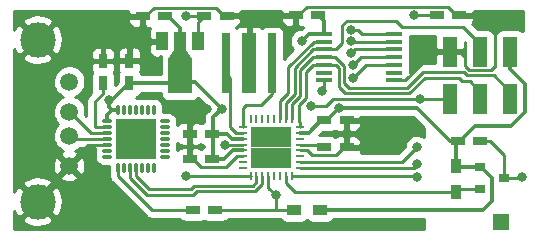
<source format=gbl>
G04 #@! TF.GenerationSoftware,KiCad,Pcbnew,no-vcs-found-996cba7~58~ubuntu16.04.1*
G04 #@! TF.CreationDate,2017-03-17T17:02:03+02:00*
G04 #@! TF.ProjectId,serial_gw,73657269616C5F67772E6B696361645F,rev?*
G04 #@! TF.FileFunction,Copper,L2,Bot,Signal*
G04 #@! TF.FilePolarity,Positive*
%FSLAX46Y46*%
G04 Gerber Fmt 4.6, Leading zero omitted, Abs format (unit mm)*
G04 Created by KiCad (PCBNEW no-vcs-found-996cba7~58~ubuntu16.04.1) date Fri Mar 17 17:02:03 2017*
%MOMM*%
%LPD*%
G01*
G04 APERTURE LIST*
%ADD10C,0.100000*%
%ADD11R,1.350000X1.350000*%
%ADD12R,0.800000X5.100000*%
%ADD13R,1.300000X5.100000*%
%ADD14C,2.999740*%
%ADD15C,1.501140*%
%ADD16R,1.200000X0.750000*%
%ADD17R,0.750000X1.200000*%
%ADD18R,1.270000X2.500000*%
%ADD19R,1.725000X1.725000*%
%ADD20R,0.250000X0.700000*%
%ADD21R,0.700000X0.250000*%
%ADD22R,1.200000X0.900000*%
%ADD23R,1.450000X0.450000*%
%ADD24C,0.749300*%
%ADD25R,1.998980X2.999740*%
%ADD26R,1.000760X1.501140*%
%ADD27R,1.675000X1.675000*%
%ADD28O,0.300000X0.850000*%
%ADD29O,0.850000X0.300000*%
%ADD30R,0.900000X1.200000*%
%ADD31R,0.900000X0.800000*%
%ADD32C,0.800000*%
%ADD33C,0.250000*%
%ADD34C,0.300000*%
%ADD35C,0.450000*%
%ADD36C,0.254000*%
G04 APERTURE END LIST*
D10*
D11*
X112776000Y-92202000D03*
D12*
X89490000Y-78740000D03*
D13*
X91440000Y-78740000D03*
D12*
X93390000Y-78740000D03*
D14*
X73540000Y-76754000D03*
X73540000Y-90470000D03*
D15*
X76207000Y-80310000D03*
X76207000Y-82850000D03*
X76207000Y-84882000D03*
X76207000Y-87422000D03*
D16*
X97282000Y-74676000D03*
X95382000Y-74676000D03*
X99690000Y-83566000D03*
X97790000Y-83566000D03*
X88326000Y-84728000D03*
X86426000Y-84728000D03*
X86426000Y-86868000D03*
X88326000Y-86868000D03*
X97790000Y-85852000D03*
X99690000Y-85852000D03*
X86680000Y-91186000D03*
X88580000Y-91186000D03*
X84328000Y-74760000D03*
X82428000Y-74760000D03*
X107320000Y-74676000D03*
X109220000Y-74676000D03*
D17*
X81310000Y-78550000D03*
X81310000Y-80450000D03*
D16*
X89530000Y-74730000D03*
X87630000Y-74730000D03*
D17*
X79070000Y-78560000D03*
X79070000Y-80460000D03*
D18*
X113498000Y-81756000D03*
X110998000Y-81756000D03*
X108458000Y-81756000D03*
X108458000Y-77756000D03*
X110998000Y-77756000D03*
X113538000Y-77756000D03*
D19*
X92456000Y-86740500D03*
X92456000Y-85015500D03*
X94181000Y-86740500D03*
X94181000Y-85015500D03*
D20*
X91568500Y-88278000D03*
X92068500Y-88278000D03*
X92568500Y-88278000D03*
X93068500Y-88278000D03*
X93568500Y-88278000D03*
X94068500Y-88278000D03*
X94568500Y-88278000D03*
X95068500Y-88278000D03*
D21*
X95718500Y-87628000D03*
X95718500Y-87128000D03*
X95718500Y-86628000D03*
X95718500Y-86128000D03*
X95718500Y-85628000D03*
X95718500Y-85128000D03*
X95718500Y-84628000D03*
X95718500Y-84128000D03*
D20*
X95068500Y-83478000D03*
X94568500Y-83478000D03*
X94068500Y-83478000D03*
X93568500Y-83478000D03*
X93068500Y-83478000D03*
X92568500Y-83478000D03*
X92068500Y-83478000D03*
X91568500Y-83478000D03*
D21*
X90918500Y-84128000D03*
X90918500Y-84628000D03*
X90918500Y-85128000D03*
X90918500Y-85628000D03*
X90918500Y-86128000D03*
X90918500Y-86628000D03*
X90918500Y-87128000D03*
X90918500Y-87628000D03*
D22*
X95250000Y-91186000D03*
X97450000Y-91186000D03*
D23*
X97790000Y-76282000D03*
X97790000Y-76932000D03*
X97790000Y-77582000D03*
X97790000Y-78232000D03*
X97790000Y-78882000D03*
X97790000Y-79532000D03*
X97790000Y-80182000D03*
X103690000Y-80182000D03*
X103690000Y-79532000D03*
X103690000Y-78882000D03*
X103690000Y-78232000D03*
X103690000Y-77582000D03*
X103690000Y-76932000D03*
X103690000Y-76282000D03*
D24*
X85598000Y-77990700D03*
D10*
G36*
X86098380Y-77616050D02*
X86598760Y-78365350D01*
X84597240Y-78365350D01*
X85097620Y-77616050D01*
X86098380Y-77616050D01*
X86098380Y-77616050D01*
G37*
D25*
X85598000Y-79839820D03*
D26*
X87099140Y-76888340D03*
X85598000Y-76888340D03*
X84096860Y-76888340D03*
D27*
X81026000Y-86003000D03*
X81026000Y-84328000D03*
X82701000Y-86003000D03*
X82701000Y-84328000D03*
D28*
X80363500Y-87615500D03*
X80863500Y-87615500D03*
X81363500Y-87615500D03*
X81863500Y-87615500D03*
X82363500Y-87615500D03*
X82863500Y-87615500D03*
X83363500Y-87615500D03*
D29*
X84313500Y-86665500D03*
X84313500Y-86165500D03*
X84313500Y-85665500D03*
X84313500Y-85165500D03*
X84313500Y-84665500D03*
X84313500Y-84165500D03*
X84313500Y-83665500D03*
D28*
X83363500Y-82715500D03*
X82863500Y-82715500D03*
X82363500Y-82715500D03*
X81863500Y-82715500D03*
X81363500Y-82715500D03*
X80863500Y-82715500D03*
X80363500Y-82715500D03*
D29*
X79413500Y-83665500D03*
X79413500Y-84165500D03*
X79413500Y-84665500D03*
X79413500Y-85165500D03*
X79413500Y-85665500D03*
X79413500Y-86165500D03*
X79413500Y-86665500D03*
D16*
X110998000Y-85344000D03*
X109098000Y-85344000D03*
D30*
X108966000Y-87462000D03*
X108966000Y-89662000D03*
D31*
X112998000Y-88458000D03*
X110998000Y-87508000D03*
X110998000Y-89408000D03*
D32*
X89442189Y-85697136D03*
X87875000Y-82650000D03*
X114554000Y-88392000D03*
X100838000Y-84836000D03*
X79600000Y-81900000D03*
X89127626Y-82603499D03*
X99060000Y-82513010D03*
X95930001Y-76861151D03*
X96700022Y-82400000D03*
X105918006Y-81788000D03*
X93726000Y-89916000D03*
X97655635Y-81087092D03*
X100064291Y-75897378D03*
X105410000Y-74701009D03*
X86101340Y-74755009D03*
X105664002Y-85852000D03*
X105700000Y-87300000D03*
X105664000Y-88392000D03*
X100095976Y-76896888D03*
X100235021Y-79964283D03*
X100226992Y-78883000D03*
X100063857Y-77896384D03*
X86075000Y-88275000D03*
D33*
X89503765Y-87568001D02*
X87351001Y-87568001D01*
X89511325Y-85628000D02*
X89442189Y-85697136D01*
X90918500Y-85628000D02*
X89511325Y-85628000D01*
X86651000Y-86868000D02*
X86426000Y-86868000D01*
X87351001Y-87568001D02*
X86651000Y-86868000D01*
X90443766Y-86628000D02*
X89503765Y-87568001D01*
X90918500Y-86628000D02*
X90443766Y-86628000D01*
X86426000Y-84099000D02*
X87875000Y-82650000D01*
X86426000Y-84728000D02*
X86426000Y-84099000D01*
X73540000Y-90470000D02*
X73540000Y-90036000D01*
X73540000Y-90036000D02*
X76154000Y-87422000D01*
X76154000Y-87422000D02*
X76207000Y-87422000D01*
X79413500Y-85665500D02*
X77791500Y-85665500D01*
X77791500Y-85665500D02*
X76207000Y-87250000D01*
X76207000Y-87250000D02*
X76207000Y-87369000D01*
X76207000Y-87369000D02*
X76207000Y-87422000D01*
X95382000Y-74676000D02*
X91440000Y-74676000D01*
X91440000Y-74676000D02*
X89584000Y-74676000D01*
X91440000Y-78740000D02*
X91440000Y-74676000D01*
X108458000Y-77756000D02*
X109252000Y-77756000D01*
X109252000Y-77756000D02*
X109728000Y-78232000D01*
X109728000Y-78232000D02*
X109728000Y-78956002D01*
X112268000Y-76200000D02*
X110744000Y-74676000D01*
X109728000Y-78956002D02*
X110102999Y-79331001D01*
X110102999Y-79331001D02*
X111893001Y-79331001D01*
X112268000Y-78956002D02*
X112268000Y-76200000D01*
X111893001Y-79331001D02*
X112268000Y-78956002D01*
X110744000Y-74676000D02*
X109220000Y-74676000D01*
X82746660Y-76888340D02*
X81607660Y-76888340D01*
X81607660Y-76888340D02*
X81310000Y-77186000D01*
X81310000Y-77186000D02*
X81310000Y-78550000D01*
X89490000Y-74770000D02*
X89530000Y-74730000D01*
X112998000Y-88458000D02*
X114488000Y-88458000D01*
X114488000Y-88458000D02*
X114554000Y-88392000D01*
X109220000Y-74676000D02*
X108995000Y-74676000D01*
X108995000Y-74676000D02*
X108294999Y-73975999D01*
X108294999Y-73975999D02*
X96307001Y-73975999D01*
X96307001Y-73975999D02*
X95607000Y-74676000D01*
X95607000Y-74676000D02*
X95382000Y-74676000D01*
X99690000Y-84836000D02*
X99690000Y-85852000D01*
X99690000Y-83566000D02*
X99690000Y-84836000D01*
X99690000Y-84836000D02*
X100838000Y-84836000D01*
X89305000Y-74730000D02*
X88604999Y-74029999D01*
X83383001Y-74029999D02*
X82653000Y-74760000D01*
X89530000Y-74730000D02*
X89305000Y-74730000D01*
X88604999Y-74029999D02*
X83383001Y-74029999D01*
X82653000Y-74760000D02*
X82428000Y-74760000D01*
X95718500Y-86128000D02*
X96318500Y-86128000D01*
X96318500Y-86128000D02*
X96742501Y-86552001D01*
X96742501Y-86552001D02*
X98764999Y-86552001D01*
X98764999Y-86552001D02*
X99465000Y-85852000D01*
X99465000Y-85852000D02*
X99690000Y-85852000D01*
X89584000Y-74676000D02*
X89530000Y-74730000D01*
X79070000Y-78560000D02*
X75346000Y-78560000D01*
X75346000Y-78560000D02*
X73540000Y-76754000D01*
X82428000Y-74760000D02*
X82428000Y-75385000D01*
X82428000Y-75385000D02*
X82746660Y-75703660D01*
X82746660Y-75703660D02*
X82746660Y-76888340D01*
X81310000Y-78550000D02*
X79080000Y-78550000D01*
X79080000Y-78550000D02*
X79070000Y-78560000D01*
X84096860Y-76888340D02*
X82746660Y-76888340D01*
X103690000Y-80182000D02*
X104665000Y-80182000D01*
X104665000Y-80182000D02*
X107091000Y-77756000D01*
X107091000Y-77756000D02*
X108458000Y-77756000D01*
X86426000Y-84728000D02*
X86426000Y-86868000D01*
X110998000Y-85344000D02*
X111848000Y-85344000D01*
X111848000Y-85344000D02*
X112998000Y-86494000D01*
X112998000Y-86494000D02*
X112998000Y-88458000D01*
D34*
X79600000Y-81900000D02*
X79860000Y-81900000D01*
X79860000Y-81900000D02*
X81310000Y-80450000D01*
X89998556Y-85128000D02*
X89598556Y-84728000D01*
X89598556Y-84728000D02*
X88326000Y-84728000D01*
X90072000Y-86128000D02*
X89332000Y-86868000D01*
X90918500Y-86128000D02*
X90072000Y-86128000D01*
X90918500Y-85128000D02*
X89998556Y-85128000D01*
X89332000Y-86868000D02*
X88326000Y-86868000D01*
X79600000Y-81900000D02*
X79600000Y-82465685D01*
X79600000Y-82465685D02*
X79844500Y-82710185D01*
X79844500Y-82710185D02*
X79844500Y-82715500D01*
X88326000Y-86868000D02*
X88375000Y-86819000D01*
X88375000Y-86819000D02*
X88375000Y-84777000D01*
X88375000Y-84777000D02*
X88326000Y-84728000D01*
X88326000Y-84728000D02*
X88551000Y-84728000D01*
X88551000Y-84728000D02*
X88425000Y-84602000D01*
X88425000Y-84602000D02*
X88425000Y-83306125D01*
X88425000Y-83306125D02*
X89127626Y-82603499D01*
X86864327Y-80340200D02*
X89127626Y-82603499D01*
X85598000Y-80340200D02*
X86864327Y-80340200D01*
X109098000Y-85344000D02*
X108458000Y-85344000D01*
X108458000Y-85344000D02*
X105627010Y-82513010D01*
X105627010Y-82513010D02*
X99060000Y-82513010D01*
X99060000Y-82521000D02*
X99060000Y-82513010D01*
X97790000Y-83566000D02*
X98015000Y-83566000D01*
X98015000Y-83566000D02*
X99060000Y-82521000D01*
X97790000Y-76282000D02*
X96509152Y-76282000D01*
X96509152Y-76282000D02*
X95930001Y-76861151D01*
X97450000Y-91186000D02*
X111252000Y-91186000D01*
X111252000Y-91186000D02*
X112014000Y-90424000D01*
X112014000Y-90424000D02*
X112014000Y-88474000D01*
X112014000Y-88474000D02*
X111048000Y-87508000D01*
X111048000Y-87508000D02*
X110998000Y-87508000D01*
X85598000Y-80340200D02*
X85598000Y-79839820D01*
X85731202Y-80340200D02*
X85598000Y-80340200D01*
X85598000Y-76888340D02*
X85598000Y-77990700D01*
X81310000Y-80450000D02*
X84987820Y-80450000D01*
X84987820Y-80450000D02*
X85598000Y-79839820D01*
X85598000Y-76888340D02*
X85598000Y-77138530D01*
X85598000Y-77138530D02*
X85598000Y-79839820D01*
X85598000Y-76888340D02*
X85598000Y-75805000D01*
X85598000Y-75805000D02*
X84553000Y-74760000D01*
X84553000Y-74760000D02*
X84328000Y-74760000D01*
X113538000Y-77756000D02*
X113538000Y-79256000D01*
X113538000Y-79256000D02*
X114808000Y-80526000D01*
X114808000Y-80526000D02*
X114808000Y-82916002D01*
X114808000Y-82916002D02*
X113650002Y-84074000D01*
X113650002Y-84074000D02*
X110593000Y-84074000D01*
X110593000Y-84074000D02*
X109323000Y-85344000D01*
X109323000Y-85344000D02*
X109098000Y-85344000D01*
X108966000Y-87462000D02*
X108966000Y-85476000D01*
X108966000Y-85476000D02*
X109098000Y-85344000D01*
X110998000Y-87508000D02*
X109012000Y-87508000D01*
X109012000Y-87508000D02*
X108966000Y-87462000D01*
X81310000Y-80450000D02*
X81310000Y-80675000D01*
X79844500Y-82715500D02*
X79413500Y-83146500D01*
X79413500Y-83146500D02*
X79413500Y-83665500D01*
X80363500Y-82715500D02*
X79844500Y-82715500D01*
X84724230Y-74760000D02*
X84328000Y-74760000D01*
X97790000Y-83566000D02*
X97565000Y-83566000D01*
X97565000Y-83566000D02*
X96503000Y-84628000D01*
X96503000Y-84628000D02*
X95718500Y-84628000D01*
X97790000Y-76282000D02*
X97790000Y-75184000D01*
X97790000Y-75184000D02*
X97282000Y-74676000D01*
D33*
X97790000Y-85852000D02*
X97566000Y-85628000D01*
X97566000Y-85628000D02*
X95718500Y-85628000D01*
X97940000Y-82400000D02*
X96700022Y-82400000D01*
X105918006Y-81788000D02*
X98552000Y-81788000D01*
X98552000Y-81788000D02*
X97940000Y-82400000D01*
X92456000Y-91186000D02*
X93726000Y-91186000D01*
X93726000Y-91186000D02*
X93726000Y-89916000D01*
X93068500Y-88278000D02*
X93068500Y-89268500D01*
X93068500Y-89268500D02*
X93716000Y-89916000D01*
X93716000Y-89916000D02*
X93726000Y-89916000D01*
X95250000Y-91186000D02*
X92456000Y-91186000D01*
X88580000Y-91186000D02*
X92456000Y-91186000D01*
X108458000Y-81756000D02*
X105950006Y-81756000D01*
X105950006Y-81756000D02*
X105918006Y-81788000D01*
X86680000Y-91186000D02*
X83259000Y-91186000D01*
X83259000Y-91186000D02*
X80363500Y-88290500D01*
X80363500Y-88290500D02*
X80363500Y-87615500D01*
X97790000Y-80182000D02*
X97790000Y-80952727D01*
X97790000Y-80952727D02*
X97655635Y-81087092D01*
X100629976Y-75897378D02*
X100064291Y-75897378D01*
X101014598Y-76282000D02*
X100629976Y-75897378D01*
X103690000Y-76282000D02*
X101014598Y-76282000D01*
X87099140Y-76888340D02*
X87099140Y-75260860D01*
X87099140Y-75260860D02*
X87630000Y-74730000D01*
X107320000Y-74676000D02*
X105435009Y-74676000D01*
X105435009Y-74676000D02*
X105410000Y-74701009D01*
X87630000Y-74730000D02*
X86126349Y-74730000D01*
X86126349Y-74730000D02*
X86101340Y-74755009D01*
X79413500Y-84165500D02*
X78400000Y-84165500D01*
X78400000Y-84165500D02*
X78400000Y-81980000D01*
X78400000Y-81980000D02*
X79070000Y-81310000D01*
X79070000Y-81310000D02*
X79070000Y-80460000D01*
X95792023Y-81498564D02*
X95068500Y-82222087D01*
X95792023Y-79316366D02*
X95792023Y-81498564D01*
X95068500Y-82222087D02*
X95068500Y-83478000D01*
X97790000Y-78232000D02*
X96876389Y-78232000D01*
X96876389Y-78232000D02*
X95792023Y-79316366D01*
X104818022Y-80855978D02*
X106172000Y-79502000D01*
X112138012Y-79781012D02*
X113498000Y-81141000D01*
X98751411Y-78232000D02*
X99510011Y-78990600D01*
X109916599Y-79781012D02*
X112138012Y-79781012D01*
X106172000Y-79502000D02*
X109637587Y-79502000D01*
X99905978Y-80855978D02*
X104818022Y-80855978D01*
X99510011Y-80460011D02*
X99905978Y-80855978D01*
X99510011Y-78990600D02*
X99510011Y-80460011D01*
X97790000Y-78232000D02*
X98751411Y-78232000D01*
X109637587Y-79502000D02*
X109916599Y-79781012D01*
X113498000Y-81141000D02*
X113498000Y-81756000D01*
X96242034Y-79502766D02*
X96242034Y-81684964D01*
X95674999Y-82251999D02*
X95674999Y-83709499D01*
X95718500Y-83753000D02*
X95718500Y-84128000D01*
X95674999Y-83709499D02*
X95718500Y-83753000D01*
X97790000Y-78882000D02*
X96862800Y-78882000D01*
X96862800Y-78882000D02*
X96242034Y-79502766D01*
X96242034Y-81684964D02*
X95674999Y-82251999D01*
X99060000Y-79177000D02*
X99060000Y-80772000D01*
X109498000Y-80256000D02*
X110113000Y-80256000D01*
X98765000Y-78882000D02*
X99060000Y-79177000D01*
X106300411Y-80010000D02*
X109252000Y-80010000D01*
X97790000Y-78882000D02*
X98765000Y-78882000D01*
X99060000Y-80772000D02*
X99593989Y-81305989D01*
X99593989Y-81305989D02*
X105004422Y-81305989D01*
X105004422Y-81305989D02*
X106300411Y-80010000D01*
X109252000Y-80010000D02*
X109498000Y-80256000D01*
X110113000Y-80256000D02*
X110998000Y-81141000D01*
X110998000Y-81141000D02*
X110998000Y-81756000D01*
X95342012Y-79129966D02*
X96889980Y-77582000D01*
X96889980Y-77582000D02*
X97790000Y-77582000D01*
X95342012Y-81312165D02*
X95342012Y-79129966D01*
X94568500Y-82085677D02*
X95342012Y-81312165D01*
X94568500Y-83478000D02*
X94568500Y-82085677D01*
X110998000Y-77141000D02*
X110998000Y-77756000D01*
X109549000Y-75692000D02*
X110998000Y-77141000D01*
X103874377Y-75172377D02*
X104394000Y-75692000D01*
X99339290Y-75549377D02*
X99716290Y-75172377D01*
X98765000Y-77582000D02*
X99339290Y-77007710D01*
X104394000Y-75692000D02*
X109549000Y-75692000D01*
X99339290Y-77007710D02*
X99339290Y-75549377D01*
X99716290Y-75172377D02*
X103874377Y-75172377D01*
X97790000Y-77582000D02*
X98765000Y-77582000D01*
X78061500Y-84665500D02*
X76207000Y-82811000D01*
X76207000Y-82811000D02*
X76207000Y-82850000D01*
X79413500Y-84665500D02*
X78061500Y-84665500D01*
X79413500Y-85165500D02*
X76529500Y-85165500D01*
X76246000Y-84882000D02*
X76207000Y-84882000D01*
X76529500Y-85165500D02*
X76246000Y-84882000D01*
X104388002Y-87128000D02*
X105664002Y-85852000D01*
X95718500Y-87128000D02*
X104388002Y-87128000D01*
X95718500Y-87628000D02*
X105372000Y-87628000D01*
X105372000Y-87628000D02*
X105700000Y-87300000D01*
X105550000Y-88278000D02*
X105664000Y-88392000D01*
X95068500Y-88278000D02*
X105550000Y-88278000D01*
X103690000Y-76932000D02*
X100131088Y-76932000D01*
X100131088Y-76932000D02*
X100095976Y-76896888D01*
X101317304Y-78882000D02*
X100235021Y-79964283D01*
X103690000Y-78882000D02*
X101317304Y-78882000D01*
X103690000Y-78232000D02*
X100877992Y-78232000D01*
X100877992Y-78232000D02*
X100226992Y-78883000D01*
X103690000Y-77582000D02*
X100378241Y-77582000D01*
X100378241Y-77582000D02*
X100063857Y-77896384D01*
X81363500Y-88426911D02*
X82811602Y-89875013D01*
X86734402Y-89875013D02*
X87005403Y-89604011D01*
X81363500Y-87615500D02*
X81363500Y-88426911D01*
X87005403Y-89604011D02*
X91938902Y-89604011D01*
X82811602Y-89875013D02*
X86734402Y-89875013D01*
X91938902Y-89604011D02*
X92568500Y-88974413D01*
X92568500Y-88974413D02*
X92568500Y-88278000D01*
X91752502Y-89154000D02*
X86819004Y-89154000D01*
X82998002Y-89425002D02*
X81863500Y-88290500D01*
X86819004Y-89154000D02*
X86548002Y-89425002D01*
X92068500Y-88838002D02*
X91752502Y-89154000D01*
X92068500Y-88278000D02*
X92068500Y-88838002D01*
X86548002Y-89425002D02*
X82998002Y-89425002D01*
X81863500Y-88290500D02*
X81863500Y-87615500D01*
X90918500Y-84128000D02*
X90918500Y-82563500D01*
X90918500Y-82563500D02*
X91186000Y-82296000D01*
X91186000Y-82296000D02*
X92456000Y-82296000D01*
X92456000Y-82296000D02*
X93390000Y-81362000D01*
X93390000Y-81362000D02*
X93390000Y-78740000D01*
X89852627Y-79978637D02*
X89490000Y-79616010D01*
X90918500Y-84628000D02*
X90358498Y-84628000D01*
X89852627Y-84122129D02*
X89852627Y-79978637D01*
X90358498Y-84628000D02*
X89852627Y-84122129D01*
X89490000Y-79166000D02*
X89490000Y-78740000D01*
X108966000Y-89662000D02*
X95352500Y-89662000D01*
X95352500Y-89662000D02*
X94568500Y-88878000D01*
X94568500Y-88878000D02*
X94568500Y-88278000D01*
X110998000Y-89408000D02*
X109220000Y-89408000D01*
X109220000Y-89408000D02*
X108966000Y-89662000D01*
X86078000Y-88278000D02*
X86075000Y-88275000D01*
X91568500Y-88278000D02*
X86078000Y-88278000D01*
X94742000Y-79093569D02*
X96903569Y-76932000D01*
X94742000Y-81275766D02*
X94742000Y-79093569D01*
X96903569Y-76932000D02*
X97790000Y-76932000D01*
X94068500Y-81949266D02*
X94742000Y-81275766D01*
X94068500Y-83478000D02*
X94068500Y-81949266D01*
D35*
X76200000Y-80727000D02*
X76200000Y-80317000D01*
X76200000Y-80317000D02*
X76207000Y-80310000D01*
D36*
G36*
X81201000Y-74480250D02*
X81357750Y-74637000D01*
X82305000Y-74637000D01*
X82305000Y-74617000D01*
X82551000Y-74617000D01*
X82551000Y-74637000D01*
X82571000Y-74637000D01*
X82571000Y-74883000D01*
X82551000Y-74883000D01*
X82551000Y-75605250D01*
X82707750Y-75762000D01*
X83089754Y-75762000D01*
X83094045Y-75761146D01*
X83040840Y-75840774D01*
X82993575Y-75954881D01*
X82969480Y-76076016D01*
X82969480Y-76608590D01*
X83126230Y-76765340D01*
X83973860Y-76765340D01*
X83973860Y-76745340D01*
X84219860Y-76745340D01*
X84219860Y-76765340D01*
X84239860Y-76765340D01*
X84239860Y-77011340D01*
X84219860Y-77011340D01*
X84219860Y-77031340D01*
X83973860Y-77031340D01*
X83973860Y-77011340D01*
X83126230Y-77011340D01*
X82969480Y-77168090D01*
X82969480Y-77700664D01*
X82993575Y-77821799D01*
X83040840Y-77935906D01*
X83109457Y-78038599D01*
X83196791Y-78125933D01*
X83299484Y-78194550D01*
X83413591Y-78241815D01*
X83534726Y-78265910D01*
X83817110Y-78265910D01*
X83973858Y-78109162D01*
X83973858Y-78265910D01*
X83975769Y-78265910D01*
X83968477Y-78339950D01*
X83968477Y-78352456D01*
X83967207Y-78365350D01*
X83968477Y-78378244D01*
X83968477Y-79673000D01*
X82286520Y-79673000D01*
X82267075Y-79608897D01*
X82208853Y-79499972D01*
X82206863Y-79497547D01*
X82240640Y-79446996D01*
X82287905Y-79332889D01*
X82312000Y-79211754D01*
X82312000Y-78829750D01*
X82155250Y-78673000D01*
X81433000Y-78673000D01*
X81433000Y-78693000D01*
X81187000Y-78693000D01*
X81187000Y-78673000D01*
X80464750Y-78673000D01*
X80308000Y-78829750D01*
X80308000Y-79211754D01*
X80332095Y-79332889D01*
X80379360Y-79446996D01*
X80413137Y-79497547D01*
X80411147Y-79499972D01*
X80352925Y-79608897D01*
X80317073Y-79727087D01*
X80304967Y-79850000D01*
X80304967Y-80356189D01*
X80075033Y-80586123D01*
X80075033Y-79860000D01*
X80062927Y-79737087D01*
X80027075Y-79618897D01*
X79968853Y-79509972D01*
X79966863Y-79507547D01*
X80000640Y-79456996D01*
X80047905Y-79342889D01*
X80072000Y-79221754D01*
X80072000Y-78839750D01*
X79915250Y-78683000D01*
X79193000Y-78683000D01*
X79193000Y-78703000D01*
X78947000Y-78703000D01*
X78947000Y-78683000D01*
X78224750Y-78683000D01*
X78068000Y-78839750D01*
X78068000Y-79221754D01*
X78092095Y-79342889D01*
X78139360Y-79456996D01*
X78173137Y-79507547D01*
X78171147Y-79509972D01*
X78112925Y-79618897D01*
X78077073Y-79737087D01*
X78064967Y-79860000D01*
X78064967Y-81060000D01*
X78077073Y-81182913D01*
X78090229Y-81226283D01*
X77868256Y-81448256D01*
X77824174Y-81501922D01*
X77779515Y-81555145D01*
X77777610Y-81558611D01*
X77775100Y-81561666D01*
X77742280Y-81622875D01*
X77708810Y-81683756D01*
X77707614Y-81687526D01*
X77705746Y-81691010D01*
X77685438Y-81757434D01*
X77664433Y-81823650D01*
X77663992Y-81827579D01*
X77662836Y-81831361D01*
X77655820Y-81900439D01*
X77648073Y-81969500D01*
X77648019Y-81977235D01*
X77648005Y-81977375D01*
X77648017Y-81977506D01*
X77648000Y-81980000D01*
X77648000Y-83188512D01*
X77562299Y-83102811D01*
X77580320Y-83023491D01*
X77584629Y-82714922D01*
X77532155Y-82449912D01*
X77429207Y-82200141D01*
X77279705Y-81975123D01*
X77089345Y-81783429D01*
X76865376Y-81632360D01*
X76741528Y-81580299D01*
X76831120Y-81545549D01*
X77059220Y-81400792D01*
X77254859Y-81214488D01*
X77410585Y-80993732D01*
X77520467Y-80746932D01*
X77580320Y-80483491D01*
X77584629Y-80174922D01*
X77532155Y-79909912D01*
X77429207Y-79660141D01*
X77279705Y-79435123D01*
X77089345Y-79243429D01*
X76865376Y-79092360D01*
X76616329Y-78987670D01*
X76351692Y-78933348D01*
X76081543Y-78931462D01*
X75816173Y-78982084D01*
X75565689Y-79083286D01*
X75339633Y-79231213D01*
X75146614Y-79420231D01*
X74993986Y-79643140D01*
X74887560Y-79891449D01*
X74831392Y-80155701D01*
X74827620Y-80425830D01*
X74876388Y-80691547D01*
X74975839Y-80942731D01*
X75122184Y-81169814D01*
X75309850Y-81364148D01*
X75531688Y-81518329D01*
X75672836Y-81579996D01*
X75565689Y-81623286D01*
X75339633Y-81771213D01*
X75146614Y-81960231D01*
X74993986Y-82183140D01*
X74887560Y-82431449D01*
X74831392Y-82695701D01*
X74827620Y-82965830D01*
X74876388Y-83231547D01*
X74975839Y-83482731D01*
X75122184Y-83709814D01*
X75274229Y-83867261D01*
X75146614Y-83992231D01*
X74993986Y-84215140D01*
X74887560Y-84463449D01*
X74831392Y-84727701D01*
X74827620Y-84997830D01*
X74876388Y-85263547D01*
X74975839Y-85514731D01*
X75122184Y-85741814D01*
X75309850Y-85936148D01*
X75531688Y-86090329D01*
X75670427Y-86150943D01*
X75614391Y-86171032D01*
X75496095Y-86234263D01*
X75430380Y-86471431D01*
X76207000Y-87248052D01*
X76983620Y-86471431D01*
X76917905Y-86234263D01*
X76743067Y-86151702D01*
X76831120Y-86117549D01*
X77059220Y-85972792D01*
X77117282Y-85917500D01*
X78400685Y-85917500D01*
X78372280Y-86009262D01*
X78356429Y-86160076D01*
X78370173Y-86311095D01*
X78401097Y-86416168D01*
X78372280Y-86509262D01*
X78356429Y-86660076D01*
X78370173Y-86811095D01*
X78412988Y-86956569D01*
X78483244Y-87090957D01*
X78578265Y-87209138D01*
X78694431Y-87306613D01*
X78827317Y-87379668D01*
X78971863Y-87425521D01*
X79122561Y-87442424D01*
X79133410Y-87442500D01*
X79586500Y-87442500D01*
X79586500Y-87895590D01*
X79601298Y-88046510D01*
X79611500Y-88080301D01*
X79611500Y-88290500D01*
X79618278Y-88359626D01*
X79624333Y-88428831D01*
X79625436Y-88432628D01*
X79625822Y-88436564D01*
X79645909Y-88503095D01*
X79665279Y-88569769D01*
X79667097Y-88573277D01*
X79668241Y-88577065D01*
X79700854Y-88638401D01*
X79732819Y-88700068D01*
X79735287Y-88703160D01*
X79737143Y-88706650D01*
X79781031Y-88760462D01*
X79824383Y-88814768D01*
X79829809Y-88820270D01*
X79829903Y-88820385D01*
X79830010Y-88820473D01*
X79831756Y-88822244D01*
X82727255Y-91717744D01*
X82780968Y-91761865D01*
X82834145Y-91806485D01*
X82837607Y-91808389D01*
X82840665Y-91810900D01*
X82901914Y-91843742D01*
X82962756Y-91877190D01*
X82966524Y-91878385D01*
X82970009Y-91880254D01*
X83036448Y-91900566D01*
X83102650Y-91921567D01*
X83106579Y-91922008D01*
X83110361Y-91923164D01*
X83179439Y-91930180D01*
X83248500Y-91937927D01*
X83256235Y-91937981D01*
X83256375Y-91937995D01*
X83256506Y-91937983D01*
X83259000Y-91938000D01*
X85578282Y-91938000D01*
X85634499Y-92006501D01*
X85729972Y-92084853D01*
X85838897Y-92143075D01*
X85957087Y-92178927D01*
X86080000Y-92191033D01*
X87280000Y-92191033D01*
X87402913Y-92178927D01*
X87521103Y-92143075D01*
X87630000Y-92084868D01*
X87738897Y-92143075D01*
X87857087Y-92178927D01*
X87980000Y-92191033D01*
X89180000Y-92191033D01*
X89302913Y-92178927D01*
X89421103Y-92143075D01*
X89530028Y-92084853D01*
X89625501Y-92006501D01*
X89681718Y-91938000D01*
X94100475Y-91938000D01*
X94126147Y-91986028D01*
X94204499Y-92081501D01*
X94299972Y-92159853D01*
X94408897Y-92218075D01*
X94527087Y-92253927D01*
X94650000Y-92266033D01*
X95850000Y-92266033D01*
X95972913Y-92253927D01*
X96091103Y-92218075D01*
X96200028Y-92159853D01*
X96295501Y-92081501D01*
X96350000Y-92015093D01*
X96404499Y-92081501D01*
X96499972Y-92159853D01*
X96608897Y-92218075D01*
X96727087Y-92253927D01*
X96850000Y-92266033D01*
X98050000Y-92266033D01*
X98172913Y-92253927D01*
X98291103Y-92218075D01*
X98400028Y-92159853D01*
X98495501Y-92081501D01*
X98573853Y-91986028D01*
X98586162Y-91963000D01*
X106273000Y-91963000D01*
X106273000Y-92770000D01*
X71568000Y-92770000D01*
X71568000Y-91954633D01*
X72229315Y-91954633D01*
X72385399Y-92268431D01*
X72758441Y-92459126D01*
X73161518Y-92573380D01*
X73579139Y-92606802D01*
X73995257Y-92558109D01*
X74393879Y-92429170D01*
X74694601Y-92268431D01*
X74850685Y-91954633D01*
X73540000Y-90643948D01*
X72229315Y-91954633D01*
X71568000Y-91954633D01*
X71568000Y-91284214D01*
X71580830Y-91323879D01*
X71741569Y-91624601D01*
X72055367Y-91780685D01*
X73366052Y-90470000D01*
X73713948Y-90470000D01*
X75024633Y-91780685D01*
X75338431Y-91624601D01*
X75529126Y-91251559D01*
X75643380Y-90848482D01*
X75676802Y-90430861D01*
X75628109Y-90014743D01*
X75499170Y-89616121D01*
X75338431Y-89315399D01*
X75024633Y-89159315D01*
X73713948Y-90470000D01*
X73366052Y-90470000D01*
X72055367Y-89159315D01*
X71741569Y-89315399D01*
X71568000Y-89654939D01*
X71568000Y-88985367D01*
X72229315Y-88985367D01*
X73540000Y-90296052D01*
X74850685Y-88985367D01*
X74694601Y-88671569D01*
X74321559Y-88480874D01*
X73939470Y-88372569D01*
X75430380Y-88372569D01*
X75496095Y-88609737D01*
X75741470Y-88725606D01*
X76004736Y-88791378D01*
X76275775Y-88804525D01*
X76544170Y-88764543D01*
X76799609Y-88672968D01*
X76917905Y-88609737D01*
X76983620Y-88372569D01*
X76207000Y-87595948D01*
X75430380Y-88372569D01*
X73939470Y-88372569D01*
X73918482Y-88366620D01*
X73500861Y-88333198D01*
X73084743Y-88381891D01*
X72686121Y-88510830D01*
X72385399Y-88671569D01*
X72229315Y-88985367D01*
X71568000Y-88985367D01*
X71568000Y-87490775D01*
X74824475Y-87490775D01*
X74864457Y-87759170D01*
X74956032Y-88014609D01*
X75019263Y-88132905D01*
X75256431Y-88198620D01*
X76033052Y-87422000D01*
X76380948Y-87422000D01*
X77157569Y-88198620D01*
X77394737Y-88132905D01*
X77510606Y-87887530D01*
X77576378Y-87624264D01*
X77589525Y-87353225D01*
X77549543Y-87084830D01*
X77457968Y-86829391D01*
X77394737Y-86711095D01*
X77157569Y-86645380D01*
X76380948Y-87422000D01*
X76033052Y-87422000D01*
X75256431Y-86645380D01*
X75019263Y-86711095D01*
X74903394Y-86956470D01*
X74837622Y-87219736D01*
X74824475Y-87490775D01*
X71568000Y-87490775D01*
X71568000Y-78238633D01*
X72229315Y-78238633D01*
X72385399Y-78552431D01*
X72758441Y-78743126D01*
X73161518Y-78857380D01*
X73579139Y-78890802D01*
X73995257Y-78842109D01*
X74393879Y-78713170D01*
X74694601Y-78552431D01*
X74850685Y-78238633D01*
X73540000Y-76927948D01*
X72229315Y-78238633D01*
X71568000Y-78238633D01*
X71568000Y-77568214D01*
X71580830Y-77607879D01*
X71741569Y-77908601D01*
X72055367Y-78064685D01*
X73366052Y-76754000D01*
X73713948Y-76754000D01*
X75024633Y-78064685D01*
X75338431Y-77908601D01*
X75343724Y-77898246D01*
X78068000Y-77898246D01*
X78068000Y-78280250D01*
X78224750Y-78437000D01*
X78947000Y-78437000D01*
X78947000Y-77489750D01*
X79193000Y-77489750D01*
X79193000Y-78437000D01*
X79915250Y-78437000D01*
X80072000Y-78280250D01*
X80072000Y-77898246D01*
X80070011Y-77888246D01*
X80308000Y-77888246D01*
X80308000Y-78270250D01*
X80464750Y-78427000D01*
X81187000Y-78427000D01*
X81187000Y-77479750D01*
X81433000Y-77479750D01*
X81433000Y-78427000D01*
X82155250Y-78427000D01*
X82312000Y-78270250D01*
X82312000Y-77888246D01*
X82287905Y-77767111D01*
X82240640Y-77653004D01*
X82172023Y-77550311D01*
X82084689Y-77462977D01*
X81981996Y-77394360D01*
X81867889Y-77347095D01*
X81746754Y-77323000D01*
X81589750Y-77323000D01*
X81433000Y-77479750D01*
X81187000Y-77479750D01*
X81030250Y-77323000D01*
X80873246Y-77323000D01*
X80752111Y-77347095D01*
X80638004Y-77394360D01*
X80535311Y-77462977D01*
X80447977Y-77550311D01*
X80379360Y-77653004D01*
X80332095Y-77767111D01*
X80308000Y-77888246D01*
X80070011Y-77888246D01*
X80047905Y-77777111D01*
X80000640Y-77663004D01*
X79932023Y-77560311D01*
X79844689Y-77472977D01*
X79741996Y-77404360D01*
X79627889Y-77357095D01*
X79506754Y-77333000D01*
X79349750Y-77333000D01*
X79193000Y-77489750D01*
X78947000Y-77489750D01*
X78790250Y-77333000D01*
X78633246Y-77333000D01*
X78512111Y-77357095D01*
X78398004Y-77404360D01*
X78295311Y-77472977D01*
X78207977Y-77560311D01*
X78139360Y-77663004D01*
X78092095Y-77777111D01*
X78068000Y-77898246D01*
X75343724Y-77898246D01*
X75529126Y-77535559D01*
X75643380Y-77132482D01*
X75676802Y-76714861D01*
X75628109Y-76298743D01*
X75499170Y-75900121D01*
X75338431Y-75599399D01*
X75024633Y-75443315D01*
X73713948Y-76754000D01*
X73366052Y-76754000D01*
X72055367Y-75443315D01*
X71741569Y-75599399D01*
X71568000Y-75938939D01*
X71568000Y-75269367D01*
X72229315Y-75269367D01*
X73540000Y-76580052D01*
X74850685Y-75269367D01*
X74736473Y-75039750D01*
X81201000Y-75039750D01*
X81201000Y-75196754D01*
X81225095Y-75317889D01*
X81272360Y-75431996D01*
X81340977Y-75534689D01*
X81428311Y-75622023D01*
X81531004Y-75690640D01*
X81645111Y-75737905D01*
X81766246Y-75762000D01*
X82148250Y-75762000D01*
X82305000Y-75605250D01*
X82305000Y-74883000D01*
X81357750Y-74883000D01*
X81201000Y-75039750D01*
X74736473Y-75039750D01*
X74694601Y-74955569D01*
X74321559Y-74764874D01*
X73918482Y-74650620D01*
X73500861Y-74617198D01*
X73084743Y-74665891D01*
X72686121Y-74794830D01*
X72385399Y-74955569D01*
X72229315Y-75269367D01*
X71568000Y-75269367D01*
X71568000Y-74362000D01*
X81201000Y-74362000D01*
X81201000Y-74480250D01*
X81201000Y-74480250D01*
G37*
X81201000Y-74480250D02*
X81357750Y-74637000D01*
X82305000Y-74637000D01*
X82305000Y-74617000D01*
X82551000Y-74617000D01*
X82551000Y-74637000D01*
X82571000Y-74637000D01*
X82571000Y-74883000D01*
X82551000Y-74883000D01*
X82551000Y-75605250D01*
X82707750Y-75762000D01*
X83089754Y-75762000D01*
X83094045Y-75761146D01*
X83040840Y-75840774D01*
X82993575Y-75954881D01*
X82969480Y-76076016D01*
X82969480Y-76608590D01*
X83126230Y-76765340D01*
X83973860Y-76765340D01*
X83973860Y-76745340D01*
X84219860Y-76745340D01*
X84219860Y-76765340D01*
X84239860Y-76765340D01*
X84239860Y-77011340D01*
X84219860Y-77011340D01*
X84219860Y-77031340D01*
X83973860Y-77031340D01*
X83973860Y-77011340D01*
X83126230Y-77011340D01*
X82969480Y-77168090D01*
X82969480Y-77700664D01*
X82993575Y-77821799D01*
X83040840Y-77935906D01*
X83109457Y-78038599D01*
X83196791Y-78125933D01*
X83299484Y-78194550D01*
X83413591Y-78241815D01*
X83534726Y-78265910D01*
X83817110Y-78265910D01*
X83973858Y-78109162D01*
X83973858Y-78265910D01*
X83975769Y-78265910D01*
X83968477Y-78339950D01*
X83968477Y-78352456D01*
X83967207Y-78365350D01*
X83968477Y-78378244D01*
X83968477Y-79673000D01*
X82286520Y-79673000D01*
X82267075Y-79608897D01*
X82208853Y-79499972D01*
X82206863Y-79497547D01*
X82240640Y-79446996D01*
X82287905Y-79332889D01*
X82312000Y-79211754D01*
X82312000Y-78829750D01*
X82155250Y-78673000D01*
X81433000Y-78673000D01*
X81433000Y-78693000D01*
X81187000Y-78693000D01*
X81187000Y-78673000D01*
X80464750Y-78673000D01*
X80308000Y-78829750D01*
X80308000Y-79211754D01*
X80332095Y-79332889D01*
X80379360Y-79446996D01*
X80413137Y-79497547D01*
X80411147Y-79499972D01*
X80352925Y-79608897D01*
X80317073Y-79727087D01*
X80304967Y-79850000D01*
X80304967Y-80356189D01*
X80075033Y-80586123D01*
X80075033Y-79860000D01*
X80062927Y-79737087D01*
X80027075Y-79618897D01*
X79968853Y-79509972D01*
X79966863Y-79507547D01*
X80000640Y-79456996D01*
X80047905Y-79342889D01*
X80072000Y-79221754D01*
X80072000Y-78839750D01*
X79915250Y-78683000D01*
X79193000Y-78683000D01*
X79193000Y-78703000D01*
X78947000Y-78703000D01*
X78947000Y-78683000D01*
X78224750Y-78683000D01*
X78068000Y-78839750D01*
X78068000Y-79221754D01*
X78092095Y-79342889D01*
X78139360Y-79456996D01*
X78173137Y-79507547D01*
X78171147Y-79509972D01*
X78112925Y-79618897D01*
X78077073Y-79737087D01*
X78064967Y-79860000D01*
X78064967Y-81060000D01*
X78077073Y-81182913D01*
X78090229Y-81226283D01*
X77868256Y-81448256D01*
X77824174Y-81501922D01*
X77779515Y-81555145D01*
X77777610Y-81558611D01*
X77775100Y-81561666D01*
X77742280Y-81622875D01*
X77708810Y-81683756D01*
X77707614Y-81687526D01*
X77705746Y-81691010D01*
X77685438Y-81757434D01*
X77664433Y-81823650D01*
X77663992Y-81827579D01*
X77662836Y-81831361D01*
X77655820Y-81900439D01*
X77648073Y-81969500D01*
X77648019Y-81977235D01*
X77648005Y-81977375D01*
X77648017Y-81977506D01*
X77648000Y-81980000D01*
X77648000Y-83188512D01*
X77562299Y-83102811D01*
X77580320Y-83023491D01*
X77584629Y-82714922D01*
X77532155Y-82449912D01*
X77429207Y-82200141D01*
X77279705Y-81975123D01*
X77089345Y-81783429D01*
X76865376Y-81632360D01*
X76741528Y-81580299D01*
X76831120Y-81545549D01*
X77059220Y-81400792D01*
X77254859Y-81214488D01*
X77410585Y-80993732D01*
X77520467Y-80746932D01*
X77580320Y-80483491D01*
X77584629Y-80174922D01*
X77532155Y-79909912D01*
X77429207Y-79660141D01*
X77279705Y-79435123D01*
X77089345Y-79243429D01*
X76865376Y-79092360D01*
X76616329Y-78987670D01*
X76351692Y-78933348D01*
X76081543Y-78931462D01*
X75816173Y-78982084D01*
X75565689Y-79083286D01*
X75339633Y-79231213D01*
X75146614Y-79420231D01*
X74993986Y-79643140D01*
X74887560Y-79891449D01*
X74831392Y-80155701D01*
X74827620Y-80425830D01*
X74876388Y-80691547D01*
X74975839Y-80942731D01*
X75122184Y-81169814D01*
X75309850Y-81364148D01*
X75531688Y-81518329D01*
X75672836Y-81579996D01*
X75565689Y-81623286D01*
X75339633Y-81771213D01*
X75146614Y-81960231D01*
X74993986Y-82183140D01*
X74887560Y-82431449D01*
X74831392Y-82695701D01*
X74827620Y-82965830D01*
X74876388Y-83231547D01*
X74975839Y-83482731D01*
X75122184Y-83709814D01*
X75274229Y-83867261D01*
X75146614Y-83992231D01*
X74993986Y-84215140D01*
X74887560Y-84463449D01*
X74831392Y-84727701D01*
X74827620Y-84997830D01*
X74876388Y-85263547D01*
X74975839Y-85514731D01*
X75122184Y-85741814D01*
X75309850Y-85936148D01*
X75531688Y-86090329D01*
X75670427Y-86150943D01*
X75614391Y-86171032D01*
X75496095Y-86234263D01*
X75430380Y-86471431D01*
X76207000Y-87248052D01*
X76983620Y-86471431D01*
X76917905Y-86234263D01*
X76743067Y-86151702D01*
X76831120Y-86117549D01*
X77059220Y-85972792D01*
X77117282Y-85917500D01*
X78400685Y-85917500D01*
X78372280Y-86009262D01*
X78356429Y-86160076D01*
X78370173Y-86311095D01*
X78401097Y-86416168D01*
X78372280Y-86509262D01*
X78356429Y-86660076D01*
X78370173Y-86811095D01*
X78412988Y-86956569D01*
X78483244Y-87090957D01*
X78578265Y-87209138D01*
X78694431Y-87306613D01*
X78827317Y-87379668D01*
X78971863Y-87425521D01*
X79122561Y-87442424D01*
X79133410Y-87442500D01*
X79586500Y-87442500D01*
X79586500Y-87895590D01*
X79601298Y-88046510D01*
X79611500Y-88080301D01*
X79611500Y-88290500D01*
X79618278Y-88359626D01*
X79624333Y-88428831D01*
X79625436Y-88432628D01*
X79625822Y-88436564D01*
X79645909Y-88503095D01*
X79665279Y-88569769D01*
X79667097Y-88573277D01*
X79668241Y-88577065D01*
X79700854Y-88638401D01*
X79732819Y-88700068D01*
X79735287Y-88703160D01*
X79737143Y-88706650D01*
X79781031Y-88760462D01*
X79824383Y-88814768D01*
X79829809Y-88820270D01*
X79829903Y-88820385D01*
X79830010Y-88820473D01*
X79831756Y-88822244D01*
X82727255Y-91717744D01*
X82780968Y-91761865D01*
X82834145Y-91806485D01*
X82837607Y-91808389D01*
X82840665Y-91810900D01*
X82901914Y-91843742D01*
X82962756Y-91877190D01*
X82966524Y-91878385D01*
X82970009Y-91880254D01*
X83036448Y-91900566D01*
X83102650Y-91921567D01*
X83106579Y-91922008D01*
X83110361Y-91923164D01*
X83179439Y-91930180D01*
X83248500Y-91937927D01*
X83256235Y-91937981D01*
X83256375Y-91937995D01*
X83256506Y-91937983D01*
X83259000Y-91938000D01*
X85578282Y-91938000D01*
X85634499Y-92006501D01*
X85729972Y-92084853D01*
X85838897Y-92143075D01*
X85957087Y-92178927D01*
X86080000Y-92191033D01*
X87280000Y-92191033D01*
X87402913Y-92178927D01*
X87521103Y-92143075D01*
X87630000Y-92084868D01*
X87738897Y-92143075D01*
X87857087Y-92178927D01*
X87980000Y-92191033D01*
X89180000Y-92191033D01*
X89302913Y-92178927D01*
X89421103Y-92143075D01*
X89530028Y-92084853D01*
X89625501Y-92006501D01*
X89681718Y-91938000D01*
X94100475Y-91938000D01*
X94126147Y-91986028D01*
X94204499Y-92081501D01*
X94299972Y-92159853D01*
X94408897Y-92218075D01*
X94527087Y-92253927D01*
X94650000Y-92266033D01*
X95850000Y-92266033D01*
X95972913Y-92253927D01*
X96091103Y-92218075D01*
X96200028Y-92159853D01*
X96295501Y-92081501D01*
X96350000Y-92015093D01*
X96404499Y-92081501D01*
X96499972Y-92159853D01*
X96608897Y-92218075D01*
X96727087Y-92253927D01*
X96850000Y-92266033D01*
X98050000Y-92266033D01*
X98172913Y-92253927D01*
X98291103Y-92218075D01*
X98400028Y-92159853D01*
X98495501Y-92081501D01*
X98573853Y-91986028D01*
X98586162Y-91963000D01*
X106273000Y-91963000D01*
X106273000Y-92770000D01*
X71568000Y-92770000D01*
X71568000Y-91954633D01*
X72229315Y-91954633D01*
X72385399Y-92268431D01*
X72758441Y-92459126D01*
X73161518Y-92573380D01*
X73579139Y-92606802D01*
X73995257Y-92558109D01*
X74393879Y-92429170D01*
X74694601Y-92268431D01*
X74850685Y-91954633D01*
X73540000Y-90643948D01*
X72229315Y-91954633D01*
X71568000Y-91954633D01*
X71568000Y-91284214D01*
X71580830Y-91323879D01*
X71741569Y-91624601D01*
X72055367Y-91780685D01*
X73366052Y-90470000D01*
X73713948Y-90470000D01*
X75024633Y-91780685D01*
X75338431Y-91624601D01*
X75529126Y-91251559D01*
X75643380Y-90848482D01*
X75676802Y-90430861D01*
X75628109Y-90014743D01*
X75499170Y-89616121D01*
X75338431Y-89315399D01*
X75024633Y-89159315D01*
X73713948Y-90470000D01*
X73366052Y-90470000D01*
X72055367Y-89159315D01*
X71741569Y-89315399D01*
X71568000Y-89654939D01*
X71568000Y-88985367D01*
X72229315Y-88985367D01*
X73540000Y-90296052D01*
X74850685Y-88985367D01*
X74694601Y-88671569D01*
X74321559Y-88480874D01*
X73939470Y-88372569D01*
X75430380Y-88372569D01*
X75496095Y-88609737D01*
X75741470Y-88725606D01*
X76004736Y-88791378D01*
X76275775Y-88804525D01*
X76544170Y-88764543D01*
X76799609Y-88672968D01*
X76917905Y-88609737D01*
X76983620Y-88372569D01*
X76207000Y-87595948D01*
X75430380Y-88372569D01*
X73939470Y-88372569D01*
X73918482Y-88366620D01*
X73500861Y-88333198D01*
X73084743Y-88381891D01*
X72686121Y-88510830D01*
X72385399Y-88671569D01*
X72229315Y-88985367D01*
X71568000Y-88985367D01*
X71568000Y-87490775D01*
X74824475Y-87490775D01*
X74864457Y-87759170D01*
X74956032Y-88014609D01*
X75019263Y-88132905D01*
X75256431Y-88198620D01*
X76033052Y-87422000D01*
X76380948Y-87422000D01*
X77157569Y-88198620D01*
X77394737Y-88132905D01*
X77510606Y-87887530D01*
X77576378Y-87624264D01*
X77589525Y-87353225D01*
X77549543Y-87084830D01*
X77457968Y-86829391D01*
X77394737Y-86711095D01*
X77157569Y-86645380D01*
X76380948Y-87422000D01*
X76033052Y-87422000D01*
X75256431Y-86645380D01*
X75019263Y-86711095D01*
X74903394Y-86956470D01*
X74837622Y-87219736D01*
X74824475Y-87490775D01*
X71568000Y-87490775D01*
X71568000Y-78238633D01*
X72229315Y-78238633D01*
X72385399Y-78552431D01*
X72758441Y-78743126D01*
X73161518Y-78857380D01*
X73579139Y-78890802D01*
X73995257Y-78842109D01*
X74393879Y-78713170D01*
X74694601Y-78552431D01*
X74850685Y-78238633D01*
X73540000Y-76927948D01*
X72229315Y-78238633D01*
X71568000Y-78238633D01*
X71568000Y-77568214D01*
X71580830Y-77607879D01*
X71741569Y-77908601D01*
X72055367Y-78064685D01*
X73366052Y-76754000D01*
X73713948Y-76754000D01*
X75024633Y-78064685D01*
X75338431Y-77908601D01*
X75343724Y-77898246D01*
X78068000Y-77898246D01*
X78068000Y-78280250D01*
X78224750Y-78437000D01*
X78947000Y-78437000D01*
X78947000Y-77489750D01*
X79193000Y-77489750D01*
X79193000Y-78437000D01*
X79915250Y-78437000D01*
X80072000Y-78280250D01*
X80072000Y-77898246D01*
X80070011Y-77888246D01*
X80308000Y-77888246D01*
X80308000Y-78270250D01*
X80464750Y-78427000D01*
X81187000Y-78427000D01*
X81187000Y-77479750D01*
X81433000Y-77479750D01*
X81433000Y-78427000D01*
X82155250Y-78427000D01*
X82312000Y-78270250D01*
X82312000Y-77888246D01*
X82287905Y-77767111D01*
X82240640Y-77653004D01*
X82172023Y-77550311D01*
X82084689Y-77462977D01*
X81981996Y-77394360D01*
X81867889Y-77347095D01*
X81746754Y-77323000D01*
X81589750Y-77323000D01*
X81433000Y-77479750D01*
X81187000Y-77479750D01*
X81030250Y-77323000D01*
X80873246Y-77323000D01*
X80752111Y-77347095D01*
X80638004Y-77394360D01*
X80535311Y-77462977D01*
X80447977Y-77550311D01*
X80379360Y-77653004D01*
X80332095Y-77767111D01*
X80308000Y-77888246D01*
X80070011Y-77888246D01*
X80047905Y-77777111D01*
X80000640Y-77663004D01*
X79932023Y-77560311D01*
X79844689Y-77472977D01*
X79741996Y-77404360D01*
X79627889Y-77357095D01*
X79506754Y-77333000D01*
X79349750Y-77333000D01*
X79193000Y-77489750D01*
X78947000Y-77489750D01*
X78790250Y-77333000D01*
X78633246Y-77333000D01*
X78512111Y-77357095D01*
X78398004Y-77404360D01*
X78295311Y-77472977D01*
X78207977Y-77560311D01*
X78139360Y-77663004D01*
X78092095Y-77777111D01*
X78068000Y-77898246D01*
X75343724Y-77898246D01*
X75529126Y-77535559D01*
X75643380Y-77132482D01*
X75676802Y-76714861D01*
X75628109Y-76298743D01*
X75499170Y-75900121D01*
X75338431Y-75599399D01*
X75024633Y-75443315D01*
X73713948Y-76754000D01*
X73366052Y-76754000D01*
X72055367Y-75443315D01*
X71741569Y-75599399D01*
X71568000Y-75938939D01*
X71568000Y-75269367D01*
X72229315Y-75269367D01*
X73540000Y-76580052D01*
X74850685Y-75269367D01*
X74736473Y-75039750D01*
X81201000Y-75039750D01*
X81201000Y-75196754D01*
X81225095Y-75317889D01*
X81272360Y-75431996D01*
X81340977Y-75534689D01*
X81428311Y-75622023D01*
X81531004Y-75690640D01*
X81645111Y-75737905D01*
X81766246Y-75762000D01*
X82148250Y-75762000D01*
X82305000Y-75605250D01*
X82305000Y-74883000D01*
X81357750Y-74883000D01*
X81201000Y-75039750D01*
X74736473Y-75039750D01*
X74694601Y-74955569D01*
X74321559Y-74764874D01*
X73918482Y-74650620D01*
X73500861Y-74617198D01*
X73084743Y-74665891D01*
X72686121Y-74794830D01*
X72385399Y-74955569D01*
X72229315Y-75269367D01*
X71568000Y-75269367D01*
X71568000Y-74362000D01*
X81201000Y-74362000D01*
X81201000Y-74480250D01*
G36*
X83968477Y-81339690D02*
X83980583Y-81462603D01*
X84016435Y-81580793D01*
X84074657Y-81689718D01*
X84153009Y-81785191D01*
X84248482Y-81863543D01*
X84357407Y-81921765D01*
X84475597Y-81957617D01*
X84598510Y-81969723D01*
X86597490Y-81969723D01*
X86720403Y-81957617D01*
X86838593Y-81921765D01*
X86947518Y-81863543D01*
X87042991Y-81785191D01*
X87118484Y-81693201D01*
X88028782Y-82603499D01*
X87875578Y-82756703D01*
X87829987Y-82812206D01*
X87783887Y-82867146D01*
X87781920Y-82870724D01*
X87779325Y-82873883D01*
X87745406Y-82937142D01*
X87710832Y-83000032D01*
X87709596Y-83003929D01*
X87707666Y-83007528D01*
X87686687Y-83076145D01*
X87664979Y-83144578D01*
X87664524Y-83148637D01*
X87663329Y-83152545D01*
X87656076Y-83223953D01*
X87648076Y-83295276D01*
X87648020Y-83303265D01*
X87648005Y-83303413D01*
X87648018Y-83303551D01*
X87648000Y-83306125D01*
X87648000Y-83730649D01*
X87603087Y-83735073D01*
X87484897Y-83770925D01*
X87375972Y-83829147D01*
X87373547Y-83831137D01*
X87322996Y-83797360D01*
X87208889Y-83750095D01*
X87087754Y-83726000D01*
X86705750Y-83726000D01*
X86549000Y-83882750D01*
X86549000Y-84605000D01*
X86569000Y-84605000D01*
X86569000Y-84851000D01*
X86549000Y-84851000D01*
X86549000Y-85573250D01*
X86705750Y-85730000D01*
X87087754Y-85730000D01*
X87208889Y-85705905D01*
X87322996Y-85658640D01*
X87373547Y-85624863D01*
X87375972Y-85626853D01*
X87484897Y-85685075D01*
X87598000Y-85719384D01*
X87598000Y-85876616D01*
X87484897Y-85910925D01*
X87375972Y-85969147D01*
X87373547Y-85971137D01*
X87322996Y-85937360D01*
X87208889Y-85890095D01*
X87087754Y-85866000D01*
X86705750Y-85866000D01*
X86549000Y-86022750D01*
X86549000Y-86745000D01*
X86569000Y-86745000D01*
X86569000Y-86991000D01*
X86549000Y-86991000D01*
X86549000Y-87011000D01*
X86303000Y-87011000D01*
X86303000Y-86991000D01*
X86283000Y-86991000D01*
X86283000Y-86745000D01*
X86303000Y-86745000D01*
X86303000Y-86022750D01*
X86146250Y-85866000D01*
X85764246Y-85866000D01*
X85643111Y-85890095D01*
X85529004Y-85937360D01*
X85426311Y-86005977D01*
X85361461Y-86070827D01*
X85356827Y-86019905D01*
X85325903Y-85914832D01*
X85354720Y-85821738D01*
X85370571Y-85670924D01*
X85356890Y-85520602D01*
X85426311Y-85590023D01*
X85529004Y-85658640D01*
X85643111Y-85705905D01*
X85764246Y-85730000D01*
X86146250Y-85730000D01*
X86303000Y-85573250D01*
X86303000Y-84851000D01*
X86283000Y-84851000D01*
X86283000Y-84605000D01*
X86303000Y-84605000D01*
X86303000Y-83882750D01*
X86146250Y-83726000D01*
X85764246Y-83726000D01*
X85643111Y-83750095D01*
X85529004Y-83797360D01*
X85426311Y-83865977D01*
X85338977Y-83953311D01*
X85337762Y-83955129D01*
X85325903Y-83914832D01*
X85354720Y-83821738D01*
X85370571Y-83670924D01*
X85356827Y-83519905D01*
X85314012Y-83374431D01*
X85243756Y-83240043D01*
X85148735Y-83121862D01*
X85032569Y-83024387D01*
X84899683Y-82951332D01*
X84755137Y-82905479D01*
X84604439Y-82888576D01*
X84593590Y-82888500D01*
X84140500Y-82888500D01*
X84140500Y-82435410D01*
X84125702Y-82284490D01*
X84081872Y-82139318D01*
X84010680Y-82005425D01*
X83914836Y-81887909D01*
X83797993Y-81791248D01*
X83664600Y-81719122D01*
X83519738Y-81674280D01*
X83368924Y-81658429D01*
X83217905Y-81672173D01*
X83112832Y-81703097D01*
X83019738Y-81674280D01*
X82868924Y-81658429D01*
X82717905Y-81672173D01*
X82612832Y-81703097D01*
X82519738Y-81674280D01*
X82368924Y-81658429D01*
X82217905Y-81672173D01*
X82112832Y-81703097D01*
X82019738Y-81674280D01*
X81868924Y-81658429D01*
X81826495Y-81662290D01*
X81926103Y-81632075D01*
X82035028Y-81573853D01*
X82130501Y-81495501D01*
X82208853Y-81400028D01*
X82267075Y-81291103D01*
X82286520Y-81227000D01*
X83968477Y-81227000D01*
X83968477Y-81339690D01*
X83968477Y-81339690D01*
G37*
X83968477Y-81339690D02*
X83980583Y-81462603D01*
X84016435Y-81580793D01*
X84074657Y-81689718D01*
X84153009Y-81785191D01*
X84248482Y-81863543D01*
X84357407Y-81921765D01*
X84475597Y-81957617D01*
X84598510Y-81969723D01*
X86597490Y-81969723D01*
X86720403Y-81957617D01*
X86838593Y-81921765D01*
X86947518Y-81863543D01*
X87042991Y-81785191D01*
X87118484Y-81693201D01*
X88028782Y-82603499D01*
X87875578Y-82756703D01*
X87829987Y-82812206D01*
X87783887Y-82867146D01*
X87781920Y-82870724D01*
X87779325Y-82873883D01*
X87745406Y-82937142D01*
X87710832Y-83000032D01*
X87709596Y-83003929D01*
X87707666Y-83007528D01*
X87686687Y-83076145D01*
X87664979Y-83144578D01*
X87664524Y-83148637D01*
X87663329Y-83152545D01*
X87656076Y-83223953D01*
X87648076Y-83295276D01*
X87648020Y-83303265D01*
X87648005Y-83303413D01*
X87648018Y-83303551D01*
X87648000Y-83306125D01*
X87648000Y-83730649D01*
X87603087Y-83735073D01*
X87484897Y-83770925D01*
X87375972Y-83829147D01*
X87373547Y-83831137D01*
X87322996Y-83797360D01*
X87208889Y-83750095D01*
X87087754Y-83726000D01*
X86705750Y-83726000D01*
X86549000Y-83882750D01*
X86549000Y-84605000D01*
X86569000Y-84605000D01*
X86569000Y-84851000D01*
X86549000Y-84851000D01*
X86549000Y-85573250D01*
X86705750Y-85730000D01*
X87087754Y-85730000D01*
X87208889Y-85705905D01*
X87322996Y-85658640D01*
X87373547Y-85624863D01*
X87375972Y-85626853D01*
X87484897Y-85685075D01*
X87598000Y-85719384D01*
X87598000Y-85876616D01*
X87484897Y-85910925D01*
X87375972Y-85969147D01*
X87373547Y-85971137D01*
X87322996Y-85937360D01*
X87208889Y-85890095D01*
X87087754Y-85866000D01*
X86705750Y-85866000D01*
X86549000Y-86022750D01*
X86549000Y-86745000D01*
X86569000Y-86745000D01*
X86569000Y-86991000D01*
X86549000Y-86991000D01*
X86549000Y-87011000D01*
X86303000Y-87011000D01*
X86303000Y-86991000D01*
X86283000Y-86991000D01*
X86283000Y-86745000D01*
X86303000Y-86745000D01*
X86303000Y-86022750D01*
X86146250Y-85866000D01*
X85764246Y-85866000D01*
X85643111Y-85890095D01*
X85529004Y-85937360D01*
X85426311Y-86005977D01*
X85361461Y-86070827D01*
X85356827Y-86019905D01*
X85325903Y-85914832D01*
X85354720Y-85821738D01*
X85370571Y-85670924D01*
X85356890Y-85520602D01*
X85426311Y-85590023D01*
X85529004Y-85658640D01*
X85643111Y-85705905D01*
X85764246Y-85730000D01*
X86146250Y-85730000D01*
X86303000Y-85573250D01*
X86303000Y-84851000D01*
X86283000Y-84851000D01*
X86283000Y-84605000D01*
X86303000Y-84605000D01*
X86303000Y-83882750D01*
X86146250Y-83726000D01*
X85764246Y-83726000D01*
X85643111Y-83750095D01*
X85529004Y-83797360D01*
X85426311Y-83865977D01*
X85338977Y-83953311D01*
X85337762Y-83955129D01*
X85325903Y-83914832D01*
X85354720Y-83821738D01*
X85370571Y-83670924D01*
X85356827Y-83519905D01*
X85314012Y-83374431D01*
X85243756Y-83240043D01*
X85148735Y-83121862D01*
X85032569Y-83024387D01*
X84899683Y-82951332D01*
X84755137Y-82905479D01*
X84604439Y-82888576D01*
X84593590Y-82888500D01*
X84140500Y-82888500D01*
X84140500Y-82435410D01*
X84125702Y-82284490D01*
X84081872Y-82139318D01*
X84010680Y-82005425D01*
X83914836Y-81887909D01*
X83797993Y-81791248D01*
X83664600Y-81719122D01*
X83519738Y-81674280D01*
X83368924Y-81658429D01*
X83217905Y-81672173D01*
X83112832Y-81703097D01*
X83019738Y-81674280D01*
X82868924Y-81658429D01*
X82717905Y-81672173D01*
X82612832Y-81703097D01*
X82519738Y-81674280D01*
X82368924Y-81658429D01*
X82217905Y-81672173D01*
X82112832Y-81703097D01*
X82019738Y-81674280D01*
X81868924Y-81658429D01*
X81826495Y-81662290D01*
X81926103Y-81632075D01*
X82035028Y-81573853D01*
X82130501Y-81495501D01*
X82208853Y-81400028D01*
X82267075Y-81291103D01*
X82286520Y-81227000D01*
X83968477Y-81227000D01*
X83968477Y-81339690D01*
G36*
X106273000Y-84257844D02*
X106273000Y-85023935D01*
X106154831Y-84944230D01*
X105969164Y-84866182D01*
X105771872Y-84825684D01*
X105570472Y-84824278D01*
X105372634Y-84862018D01*
X105185895Y-84937465D01*
X105017366Y-85047747D01*
X104873468Y-85188663D01*
X104759681Y-85354845D01*
X104680339Y-85539964D01*
X104638464Y-85736968D01*
X104637372Y-85815141D01*
X104076514Y-86376000D01*
X100899646Y-86376000D01*
X100917000Y-86288754D01*
X100917000Y-86131750D01*
X100760250Y-85975000D01*
X99813000Y-85975000D01*
X99813000Y-85995000D01*
X99567000Y-85995000D01*
X99567000Y-85975000D01*
X99547000Y-85975000D01*
X99547000Y-85729000D01*
X99567000Y-85729000D01*
X99567000Y-85006750D01*
X99813000Y-85006750D01*
X99813000Y-85729000D01*
X100760250Y-85729000D01*
X100917000Y-85572250D01*
X100917000Y-85415246D01*
X100892905Y-85294111D01*
X100845640Y-85180004D01*
X100777023Y-85077311D01*
X100689689Y-84989977D01*
X100586996Y-84921360D01*
X100472889Y-84874095D01*
X100351754Y-84850000D01*
X99969750Y-84850000D01*
X99813000Y-85006750D01*
X99567000Y-85006750D01*
X99410250Y-84850000D01*
X99028246Y-84850000D01*
X98907111Y-84874095D01*
X98793004Y-84921360D01*
X98742453Y-84955137D01*
X98740028Y-84953147D01*
X98631103Y-84894925D01*
X98512913Y-84859073D01*
X98390000Y-84846967D01*
X97382877Y-84846967D01*
X97658811Y-84571033D01*
X98390000Y-84571033D01*
X98512913Y-84558927D01*
X98631103Y-84523075D01*
X98740028Y-84464853D01*
X98742453Y-84462863D01*
X98793004Y-84496640D01*
X98907111Y-84543905D01*
X99028246Y-84568000D01*
X99410250Y-84568000D01*
X99567000Y-84411250D01*
X99567000Y-83689000D01*
X99813000Y-83689000D01*
X99813000Y-84411250D01*
X99969750Y-84568000D01*
X100351754Y-84568000D01*
X100472889Y-84543905D01*
X100586996Y-84496640D01*
X100689689Y-84428023D01*
X100777023Y-84340689D01*
X100845640Y-84237996D01*
X100892905Y-84123889D01*
X100917000Y-84002754D01*
X100917000Y-83845750D01*
X100760250Y-83689000D01*
X99813000Y-83689000D01*
X99567000Y-83689000D01*
X99547000Y-83689000D01*
X99547000Y-83443000D01*
X99567000Y-83443000D01*
X99567000Y-83423000D01*
X99813000Y-83423000D01*
X99813000Y-83443000D01*
X100760250Y-83443000D01*
X100913240Y-83290010D01*
X105305166Y-83290010D01*
X106273000Y-84257844D01*
X106273000Y-84257844D01*
G37*
X106273000Y-84257844D02*
X106273000Y-85023935D01*
X106154831Y-84944230D01*
X105969164Y-84866182D01*
X105771872Y-84825684D01*
X105570472Y-84824278D01*
X105372634Y-84862018D01*
X105185895Y-84937465D01*
X105017366Y-85047747D01*
X104873468Y-85188663D01*
X104759681Y-85354845D01*
X104680339Y-85539964D01*
X104638464Y-85736968D01*
X104637372Y-85815141D01*
X104076514Y-86376000D01*
X100899646Y-86376000D01*
X100917000Y-86288754D01*
X100917000Y-86131750D01*
X100760250Y-85975000D01*
X99813000Y-85975000D01*
X99813000Y-85995000D01*
X99567000Y-85995000D01*
X99567000Y-85975000D01*
X99547000Y-85975000D01*
X99547000Y-85729000D01*
X99567000Y-85729000D01*
X99567000Y-85006750D01*
X99813000Y-85006750D01*
X99813000Y-85729000D01*
X100760250Y-85729000D01*
X100917000Y-85572250D01*
X100917000Y-85415246D01*
X100892905Y-85294111D01*
X100845640Y-85180004D01*
X100777023Y-85077311D01*
X100689689Y-84989977D01*
X100586996Y-84921360D01*
X100472889Y-84874095D01*
X100351754Y-84850000D01*
X99969750Y-84850000D01*
X99813000Y-85006750D01*
X99567000Y-85006750D01*
X99410250Y-84850000D01*
X99028246Y-84850000D01*
X98907111Y-84874095D01*
X98793004Y-84921360D01*
X98742453Y-84955137D01*
X98740028Y-84953147D01*
X98631103Y-84894925D01*
X98512913Y-84859073D01*
X98390000Y-84846967D01*
X97382877Y-84846967D01*
X97658811Y-84571033D01*
X98390000Y-84571033D01*
X98512913Y-84558927D01*
X98631103Y-84523075D01*
X98740028Y-84464853D01*
X98742453Y-84462863D01*
X98793004Y-84496640D01*
X98907111Y-84543905D01*
X99028246Y-84568000D01*
X99410250Y-84568000D01*
X99567000Y-84411250D01*
X99567000Y-83689000D01*
X99813000Y-83689000D01*
X99813000Y-84411250D01*
X99969750Y-84568000D01*
X100351754Y-84568000D01*
X100472889Y-84543905D01*
X100586996Y-84496640D01*
X100689689Y-84428023D01*
X100777023Y-84340689D01*
X100845640Y-84237996D01*
X100892905Y-84123889D01*
X100917000Y-84002754D01*
X100917000Y-83845750D01*
X100760250Y-83689000D01*
X99813000Y-83689000D01*
X99567000Y-83689000D01*
X99547000Y-83689000D01*
X99547000Y-83443000D01*
X99567000Y-83443000D01*
X99567000Y-83423000D01*
X99813000Y-83423000D01*
X99813000Y-83443000D01*
X100760250Y-83443000D01*
X100913240Y-83290010D01*
X105305166Y-83290010D01*
X106273000Y-84257844D01*
G36*
X107196000Y-76444246D02*
X107196000Y-77476250D01*
X107352750Y-77633000D01*
X108335000Y-77633000D01*
X108335000Y-77613000D01*
X108581000Y-77613000D01*
X108581000Y-77633000D01*
X109563250Y-77633000D01*
X109720000Y-77476250D01*
X109720000Y-76926488D01*
X109732967Y-76939455D01*
X109732967Y-78759426D01*
X109720000Y-78758109D01*
X109720000Y-78035750D01*
X109563250Y-77879000D01*
X108581000Y-77879000D01*
X108581000Y-77899000D01*
X108335000Y-77899000D01*
X108335000Y-77879000D01*
X107352750Y-77879000D01*
X107196000Y-78035750D01*
X107196000Y-78750000D01*
X106172000Y-78750000D01*
X106102874Y-78756778D01*
X106033669Y-78762833D01*
X106029872Y-78763936D01*
X106025936Y-78764322D01*
X105959405Y-78784409D01*
X105892731Y-78803779D01*
X105889223Y-78805597D01*
X105885435Y-78806741D01*
X105824099Y-78839354D01*
X105762432Y-78871319D01*
X105759340Y-78873787D01*
X105755850Y-78875643D01*
X105702038Y-78919531D01*
X105647732Y-78962883D01*
X105642230Y-78968309D01*
X105642115Y-78968403D01*
X105642027Y-78968510D01*
X105640256Y-78970256D01*
X105045033Y-79565479D01*
X105045033Y-79307000D01*
X105035184Y-79207000D01*
X105045033Y-79107000D01*
X105045033Y-78657000D01*
X105035184Y-78557000D01*
X105045033Y-78457000D01*
X105045033Y-78007000D01*
X105035184Y-77907000D01*
X105045033Y-77807000D01*
X105045033Y-77357000D01*
X105035184Y-77257000D01*
X105045033Y-77157000D01*
X105045033Y-76707000D01*
X105035184Y-76607000D01*
X105045033Y-76507000D01*
X105045033Y-76444000D01*
X107196049Y-76444000D01*
X107196000Y-76444246D01*
X107196000Y-76444246D01*
G37*
X107196000Y-76444246D02*
X107196000Y-77476250D01*
X107352750Y-77633000D01*
X108335000Y-77633000D01*
X108335000Y-77613000D01*
X108581000Y-77613000D01*
X108581000Y-77633000D01*
X109563250Y-77633000D01*
X109720000Y-77476250D01*
X109720000Y-76926488D01*
X109732967Y-76939455D01*
X109732967Y-78759426D01*
X109720000Y-78758109D01*
X109720000Y-78035750D01*
X109563250Y-77879000D01*
X108581000Y-77879000D01*
X108581000Y-77899000D01*
X108335000Y-77899000D01*
X108335000Y-77879000D01*
X107352750Y-77879000D01*
X107196000Y-78035750D01*
X107196000Y-78750000D01*
X106172000Y-78750000D01*
X106102874Y-78756778D01*
X106033669Y-78762833D01*
X106029872Y-78763936D01*
X106025936Y-78764322D01*
X105959405Y-78784409D01*
X105892731Y-78803779D01*
X105889223Y-78805597D01*
X105885435Y-78806741D01*
X105824099Y-78839354D01*
X105762432Y-78871319D01*
X105759340Y-78873787D01*
X105755850Y-78875643D01*
X105702038Y-78919531D01*
X105647732Y-78962883D01*
X105642230Y-78968309D01*
X105642115Y-78968403D01*
X105642027Y-78968510D01*
X105640256Y-78970256D01*
X105045033Y-79565479D01*
X105045033Y-79307000D01*
X105035184Y-79207000D01*
X105045033Y-79107000D01*
X105045033Y-78657000D01*
X105035184Y-78557000D01*
X105045033Y-78457000D01*
X105045033Y-78007000D01*
X105035184Y-77907000D01*
X105045033Y-77807000D01*
X105045033Y-77357000D01*
X105035184Y-77257000D01*
X105045033Y-77157000D01*
X105045033Y-76707000D01*
X105035184Y-76607000D01*
X105045033Y-76507000D01*
X105045033Y-76444000D01*
X107196049Y-76444000D01*
X107196000Y-76444246D01*
G36*
X114614000Y-76056805D02*
X114523028Y-75982147D01*
X114414103Y-75923925D01*
X114295913Y-75888073D01*
X114173000Y-75875967D01*
X112903000Y-75875967D01*
X112780087Y-75888073D01*
X112661897Y-75923925D01*
X112552972Y-75982147D01*
X112457499Y-76060499D01*
X112379147Y-76155972D01*
X112320925Y-76264897D01*
X112285073Y-76383087D01*
X112272967Y-76506000D01*
X112272967Y-79006000D01*
X112276594Y-79042826D01*
X112259576Y-79041098D01*
X112263033Y-79006000D01*
X112263033Y-76506000D01*
X112250927Y-76383087D01*
X112215075Y-76264897D01*
X112156853Y-76155972D01*
X112078501Y-76060499D01*
X111983028Y-75982147D01*
X111874103Y-75923925D01*
X111755913Y-75888073D01*
X111633000Y-75875967D01*
X110796455Y-75875967D01*
X110332719Y-75412231D01*
X110375640Y-75347996D01*
X110422905Y-75233889D01*
X110447000Y-75112754D01*
X110447000Y-74955750D01*
X110290250Y-74799000D01*
X109343000Y-74799000D01*
X109343000Y-74819000D01*
X109097000Y-74819000D01*
X109097000Y-74799000D01*
X109077000Y-74799000D01*
X109077000Y-74553000D01*
X109097000Y-74553000D01*
X109097000Y-74533000D01*
X109343000Y-74533000D01*
X109343000Y-74553000D01*
X110290250Y-74553000D01*
X110447000Y-74396250D01*
X110447000Y-74362000D01*
X114614000Y-74362000D01*
X114614000Y-76056805D01*
X114614000Y-76056805D01*
G37*
X114614000Y-76056805D02*
X114523028Y-75982147D01*
X114414103Y-75923925D01*
X114295913Y-75888073D01*
X114173000Y-75875967D01*
X112903000Y-75875967D01*
X112780087Y-75888073D01*
X112661897Y-75923925D01*
X112552972Y-75982147D01*
X112457499Y-76060499D01*
X112379147Y-76155972D01*
X112320925Y-76264897D01*
X112285073Y-76383087D01*
X112272967Y-76506000D01*
X112272967Y-79006000D01*
X112276594Y-79042826D01*
X112259576Y-79041098D01*
X112263033Y-79006000D01*
X112263033Y-76506000D01*
X112250927Y-76383087D01*
X112215075Y-76264897D01*
X112156853Y-76155972D01*
X112078501Y-76060499D01*
X111983028Y-75982147D01*
X111874103Y-75923925D01*
X111755913Y-75888073D01*
X111633000Y-75875967D01*
X110796455Y-75875967D01*
X110332719Y-75412231D01*
X110375640Y-75347996D01*
X110422905Y-75233889D01*
X110447000Y-75112754D01*
X110447000Y-74955750D01*
X110290250Y-74799000D01*
X109343000Y-74799000D01*
X109343000Y-74819000D01*
X109097000Y-74819000D01*
X109097000Y-74799000D01*
X109077000Y-74799000D01*
X109077000Y-74553000D01*
X109097000Y-74553000D01*
X109097000Y-74533000D01*
X109343000Y-74533000D01*
X109343000Y-74553000D01*
X110290250Y-74553000D01*
X110447000Y-74396250D01*
X110447000Y-74362000D01*
X114614000Y-74362000D01*
X114614000Y-76056805D01*
G36*
X94155000Y-74396250D02*
X94311750Y-74553000D01*
X95259000Y-74553000D01*
X95259000Y-74533000D01*
X95505000Y-74533000D01*
X95505000Y-74553000D01*
X95525000Y-74553000D01*
X95525000Y-74799000D01*
X95505000Y-74799000D01*
X95505000Y-75521250D01*
X95661750Y-75678000D01*
X96026223Y-75678000D01*
X96023540Y-75680188D01*
X95967455Y-75724961D01*
X95961768Y-75730569D01*
X95961651Y-75730664D01*
X95961562Y-75730772D01*
X95959730Y-75732578D01*
X95858724Y-75833584D01*
X95836471Y-75833429D01*
X95638633Y-75871169D01*
X95451894Y-75946616D01*
X95283365Y-76056898D01*
X95139467Y-76197814D01*
X95025680Y-76363996D01*
X94946338Y-76549115D01*
X94904463Y-76746119D01*
X94901651Y-76947504D01*
X94938009Y-77145600D01*
X95012151Y-77332862D01*
X95121254Y-77502156D01*
X95194292Y-77577789D01*
X94420033Y-78352048D01*
X94420033Y-76190000D01*
X94407927Y-76067087D01*
X94372075Y-75948897D01*
X94313853Y-75839972D01*
X94235501Y-75744499D01*
X94140028Y-75666147D01*
X94031103Y-75607925D01*
X93912913Y-75572073D01*
X93790000Y-75559967D01*
X92990000Y-75559967D01*
X92867087Y-75572073D01*
X92748897Y-75607925D01*
X92639972Y-75666147D01*
X92544499Y-75744499D01*
X92538509Y-75751797D01*
X92489689Y-75702977D01*
X92386996Y-75634360D01*
X92272889Y-75587095D01*
X92151754Y-75563000D01*
X91719750Y-75563000D01*
X91563000Y-75719750D01*
X91563000Y-78617000D01*
X91583000Y-78617000D01*
X91583000Y-78863000D01*
X91563000Y-78863000D01*
X91563000Y-78883000D01*
X91317000Y-78883000D01*
X91317000Y-78863000D01*
X91297000Y-78863000D01*
X91297000Y-78617000D01*
X91317000Y-78617000D01*
X91317000Y-75719750D01*
X91160250Y-75563000D01*
X90728246Y-75563000D01*
X90607111Y-75587095D01*
X90493004Y-75634360D01*
X90390311Y-75702977D01*
X90341491Y-75751797D01*
X90335501Y-75744499D01*
X90295198Y-75711424D01*
X90312889Y-75707905D01*
X90426996Y-75660640D01*
X90529689Y-75592023D01*
X90617023Y-75504689D01*
X90685640Y-75401996D01*
X90732905Y-75287889D01*
X90757000Y-75166754D01*
X90757000Y-75009750D01*
X90703000Y-74955750D01*
X94155000Y-74955750D01*
X94155000Y-75112754D01*
X94179095Y-75233889D01*
X94226360Y-75347996D01*
X94294977Y-75450689D01*
X94382311Y-75538023D01*
X94485004Y-75606640D01*
X94599111Y-75653905D01*
X94720246Y-75678000D01*
X95102250Y-75678000D01*
X95259000Y-75521250D01*
X95259000Y-74799000D01*
X94311750Y-74799000D01*
X94155000Y-74955750D01*
X90703000Y-74955750D01*
X90600250Y-74853000D01*
X89653000Y-74853000D01*
X89653000Y-74873000D01*
X89407000Y-74873000D01*
X89407000Y-74853000D01*
X89387000Y-74853000D01*
X89387000Y-74607000D01*
X89407000Y-74607000D01*
X89407000Y-74587000D01*
X89653000Y-74587000D01*
X89653000Y-74607000D01*
X90600250Y-74607000D01*
X90757000Y-74450250D01*
X90757000Y-74362000D01*
X94155000Y-74362000D01*
X94155000Y-74396250D01*
X94155000Y-74396250D01*
G37*
X94155000Y-74396250D02*
X94311750Y-74553000D01*
X95259000Y-74553000D01*
X95259000Y-74533000D01*
X95505000Y-74533000D01*
X95505000Y-74553000D01*
X95525000Y-74553000D01*
X95525000Y-74799000D01*
X95505000Y-74799000D01*
X95505000Y-75521250D01*
X95661750Y-75678000D01*
X96026223Y-75678000D01*
X96023540Y-75680188D01*
X95967455Y-75724961D01*
X95961768Y-75730569D01*
X95961651Y-75730664D01*
X95961562Y-75730772D01*
X95959730Y-75732578D01*
X95858724Y-75833584D01*
X95836471Y-75833429D01*
X95638633Y-75871169D01*
X95451894Y-75946616D01*
X95283365Y-76056898D01*
X95139467Y-76197814D01*
X95025680Y-76363996D01*
X94946338Y-76549115D01*
X94904463Y-76746119D01*
X94901651Y-76947504D01*
X94938009Y-77145600D01*
X95012151Y-77332862D01*
X95121254Y-77502156D01*
X95194292Y-77577789D01*
X94420033Y-78352048D01*
X94420033Y-76190000D01*
X94407927Y-76067087D01*
X94372075Y-75948897D01*
X94313853Y-75839972D01*
X94235501Y-75744499D01*
X94140028Y-75666147D01*
X94031103Y-75607925D01*
X93912913Y-75572073D01*
X93790000Y-75559967D01*
X92990000Y-75559967D01*
X92867087Y-75572073D01*
X92748897Y-75607925D01*
X92639972Y-75666147D01*
X92544499Y-75744499D01*
X92538509Y-75751797D01*
X92489689Y-75702977D01*
X92386996Y-75634360D01*
X92272889Y-75587095D01*
X92151754Y-75563000D01*
X91719750Y-75563000D01*
X91563000Y-75719750D01*
X91563000Y-78617000D01*
X91583000Y-78617000D01*
X91583000Y-78863000D01*
X91563000Y-78863000D01*
X91563000Y-78883000D01*
X91317000Y-78883000D01*
X91317000Y-78863000D01*
X91297000Y-78863000D01*
X91297000Y-78617000D01*
X91317000Y-78617000D01*
X91317000Y-75719750D01*
X91160250Y-75563000D01*
X90728246Y-75563000D01*
X90607111Y-75587095D01*
X90493004Y-75634360D01*
X90390311Y-75702977D01*
X90341491Y-75751797D01*
X90335501Y-75744499D01*
X90295198Y-75711424D01*
X90312889Y-75707905D01*
X90426996Y-75660640D01*
X90529689Y-75592023D01*
X90617023Y-75504689D01*
X90685640Y-75401996D01*
X90732905Y-75287889D01*
X90757000Y-75166754D01*
X90757000Y-75009750D01*
X90703000Y-74955750D01*
X94155000Y-74955750D01*
X94155000Y-75112754D01*
X94179095Y-75233889D01*
X94226360Y-75347996D01*
X94294977Y-75450689D01*
X94382311Y-75538023D01*
X94485004Y-75606640D01*
X94599111Y-75653905D01*
X94720246Y-75678000D01*
X95102250Y-75678000D01*
X95259000Y-75521250D01*
X95259000Y-74799000D01*
X94311750Y-74799000D01*
X94155000Y-74955750D01*
X90703000Y-74955750D01*
X90600250Y-74853000D01*
X89653000Y-74853000D01*
X89653000Y-74873000D01*
X89407000Y-74873000D01*
X89407000Y-74853000D01*
X89387000Y-74853000D01*
X89387000Y-74607000D01*
X89407000Y-74607000D01*
X89407000Y-74587000D01*
X89653000Y-74587000D01*
X89653000Y-74607000D01*
X90600250Y-74607000D01*
X90757000Y-74450250D01*
X90757000Y-74362000D01*
X94155000Y-74362000D01*
X94155000Y-74396250D01*
M02*

</source>
